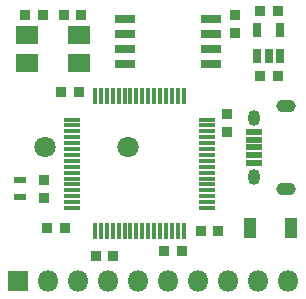
<source format=gts>
G04 #@! TF.FileFunction,Soldermask,Top*
%FSLAX46Y46*%
G04 Gerber Fmt 4.6, Leading zero omitted, Abs format (unit mm)*
G04 Created by KiCad (PCBNEW 4.0.7-e0-6372~58~ubuntu16.10.1) date Fri Aug 10 15:11:26 2018*
%MOMM*%
%LPD*%
G01*
G04 APERTURE LIST*
%ADD10C,0.100000*%
%ADD11R,1.000000X1.800000*%
%ADD12R,0.900000X0.850000*%
%ADD13R,1.000000X0.600000*%
%ADD14R,1.900860X1.499540*%
%ADD15R,0.850000X0.900000*%
%ADD16R,1.450000X0.500000*%
%ADD17O,1.050000X1.350000*%
%ADD18O,1.650000X1.100000*%
%ADD19R,1.800000X0.750000*%
%ADD20R,1.800000X1.800000*%
%ADD21O,1.800000X1.800000*%
%ADD22C,1.800000*%
%ADD23R,1.448740X0.389560*%
%ADD24R,0.389560X1.448740*%
%ADD25R,0.750000X1.160000*%
G04 APERTURE END LIST*
D10*
D11*
X151600000Y-102200000D03*
X155000000Y-102200000D03*
D12*
X144300000Y-104200000D03*
X145800000Y-104200000D03*
X137285120Y-84192876D03*
X135785120Y-84192876D03*
X135900000Y-102200000D03*
X134400000Y-102200000D03*
D13*
X132100000Y-99650000D03*
X132100000Y-98150000D03*
D12*
X140000000Y-104600000D03*
X138500000Y-104600000D03*
X147400000Y-102500000D03*
X148900000Y-102500000D03*
D14*
X132685120Y-88290636D03*
X137084400Y-88290636D03*
X137084400Y-85892876D03*
X132685120Y-85892876D03*
D15*
X149600000Y-92600000D03*
X149600000Y-94100000D03*
D12*
X137100000Y-90700000D03*
X135600000Y-90700000D03*
D15*
X134100000Y-99700000D03*
X134100000Y-98200000D03*
D12*
X153950000Y-83900000D03*
X152450000Y-83900000D03*
D16*
X151900000Y-96700000D03*
X151900000Y-96050000D03*
X151900000Y-95400000D03*
X151900000Y-94750000D03*
X151900000Y-94100000D03*
D17*
X151900000Y-97900000D03*
X151900000Y-92900000D03*
D18*
X154600000Y-98900000D03*
X154600000Y-91900000D03*
D19*
X141000000Y-84560000D03*
X141000000Y-85830000D03*
X141000000Y-87100000D03*
X141000000Y-88370000D03*
X148300000Y-88370000D03*
X148300000Y-87100000D03*
X148300000Y-85830000D03*
X148300000Y-84560000D03*
D15*
X150300000Y-85700000D03*
X150300000Y-84200000D03*
D12*
X134035120Y-84192876D03*
X132535120Y-84192876D03*
X153900000Y-89400000D03*
X152400000Y-89400000D03*
D20*
X131920000Y-106740000D03*
D21*
X134460000Y-106740000D03*
X137000000Y-106740000D03*
X139540000Y-106740000D03*
X142080000Y-106740000D03*
X144620000Y-106740000D03*
X147160000Y-106740000D03*
X149700000Y-106740000D03*
X152240000Y-106740000D03*
X154780000Y-106740000D03*
D22*
X134200000Y-95400000D03*
X141200000Y-95400000D03*
D23*
X136477380Y-93050960D03*
X136477380Y-93551340D03*
X136477380Y-94051720D03*
X136477380Y-94552100D03*
X136477380Y-95052480D03*
X136477380Y-95550320D03*
X136477380Y-96050700D03*
X136477380Y-96551080D03*
X136477380Y-97048920D03*
X136477380Y-97549300D03*
X136477380Y-98049680D03*
X136477380Y-98547520D03*
X136477380Y-99047900D03*
X136477380Y-99548280D03*
X136477380Y-100048660D03*
X136477380Y-100549040D03*
D24*
X138450960Y-102522620D03*
X138951340Y-102522620D03*
X139451720Y-102522620D03*
X139952100Y-102522620D03*
X140452480Y-102522620D03*
X140950320Y-102522620D03*
X141450700Y-102522620D03*
X141951080Y-102522620D03*
X142448920Y-102522620D03*
X142949300Y-102522620D03*
X143449680Y-102522620D03*
X143947520Y-102522620D03*
X144447900Y-102522620D03*
X144948280Y-102522620D03*
X145448660Y-102522620D03*
X145949040Y-102522620D03*
D23*
X147922620Y-100549040D03*
X147922620Y-100048660D03*
X147922620Y-99548280D03*
X147922620Y-99047900D03*
X147922620Y-98547520D03*
X147922620Y-98049680D03*
X147922620Y-97549300D03*
X147922620Y-97048920D03*
X147922620Y-96551080D03*
X147922620Y-96050700D03*
X147922620Y-95550320D03*
X147922620Y-95052480D03*
X147922620Y-94552100D03*
X147922620Y-94051720D03*
X147922620Y-93551340D03*
X147922620Y-93050960D03*
D24*
X145949040Y-91077380D03*
X145448660Y-91077380D03*
X144948280Y-91077380D03*
X144447900Y-91077380D03*
X143947520Y-91077380D03*
X143449680Y-91077380D03*
X142949300Y-91077380D03*
X142448920Y-91077380D03*
X141951080Y-91077380D03*
X141450700Y-91077380D03*
X140950320Y-91077380D03*
X140452480Y-91077380D03*
X139952100Y-91077380D03*
X139451720Y-91077380D03*
X138951340Y-91077380D03*
X138450960Y-91077380D03*
D25*
X152200000Y-87700000D03*
X153150000Y-87700000D03*
X154100000Y-87700000D03*
X154100000Y-85500000D03*
X152200000Y-85500000D03*
M02*

</source>
